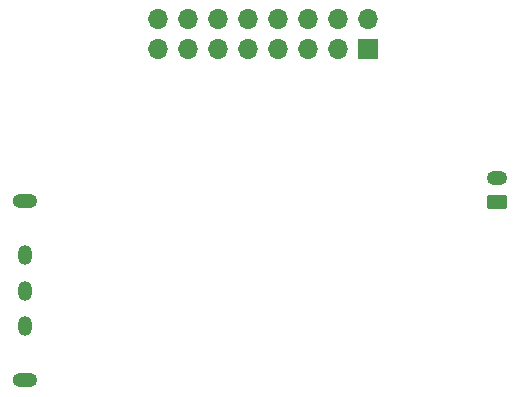
<source format=gbr>
%TF.GenerationSoftware,KiCad,Pcbnew,8.0.1*%
%TF.CreationDate,2024-04-21T22:45:41+02:00*%
%TF.ProjectId,PowerSubsystem2.0,506f7765-7253-4756-9273-797374656d32,v2*%
%TF.SameCoordinates,Original*%
%TF.FileFunction,Soldermask,Bot*%
%TF.FilePolarity,Negative*%
%FSLAX46Y46*%
G04 Gerber Fmt 4.6, Leading zero omitted, Abs format (unit mm)*
G04 Created by KiCad (PCBNEW 8.0.1) date 2024-04-21 22:45:41*
%MOMM*%
%LPD*%
G01*
G04 APERTURE LIST*
G04 Aperture macros list*
%AMRoundRect*
0 Rectangle with rounded corners*
0 $1 Rounding radius*
0 $2 $3 $4 $5 $6 $7 $8 $9 X,Y pos of 4 corners*
0 Add a 4 corners polygon primitive as box body*
4,1,4,$2,$3,$4,$5,$6,$7,$8,$9,$2,$3,0*
0 Add four circle primitives for the rounded corners*
1,1,$1+$1,$2,$3*
1,1,$1+$1,$4,$5*
1,1,$1+$1,$6,$7*
1,1,$1+$1,$8,$9*
0 Add four rect primitives between the rounded corners*
20,1,$1+$1,$2,$3,$4,$5,0*
20,1,$1+$1,$4,$5,$6,$7,0*
20,1,$1+$1,$6,$7,$8,$9,0*
20,1,$1+$1,$8,$9,$2,$3,0*%
G04 Aperture macros list end*
%ADD10O,2.100000X1.200000*%
%ADD11O,1.200000X1.700000*%
%ADD12O,1.750000X1.200000*%
%ADD13RoundRect,0.250000X0.625000X-0.350000X0.625000X0.350000X-0.625000X0.350000X-0.625000X-0.350000X0*%
%ADD14R,1.700000X1.700000*%
%ADD15O,1.700000X1.700000*%
G04 APERTURE END LIST*
D10*
%TO.C,U5*%
X107500000Y-72900051D03*
X107500000Y-88099949D03*
D11*
X107500000Y-83500000D03*
X107500000Y-80500000D03*
X107500000Y-77500000D03*
%TD*%
D12*
%TO.C,J2*%
X147450000Y-71000000D03*
D13*
X147450000Y-73000000D03*
%TD*%
D14*
%TO.C,J1*%
X136580000Y-60040000D03*
D15*
X136580000Y-57500000D03*
X134040000Y-60040000D03*
X134040000Y-57500000D03*
X131500000Y-60040000D03*
X131500000Y-57500000D03*
X128960000Y-60040000D03*
X128960000Y-57500000D03*
X126420000Y-60040000D03*
X126420000Y-57500000D03*
X123880000Y-60040000D03*
X123880000Y-57500000D03*
X121340000Y-60040000D03*
X121340000Y-57500000D03*
X118800000Y-60040000D03*
X118800000Y-57500000D03*
%TD*%
M02*

</source>
